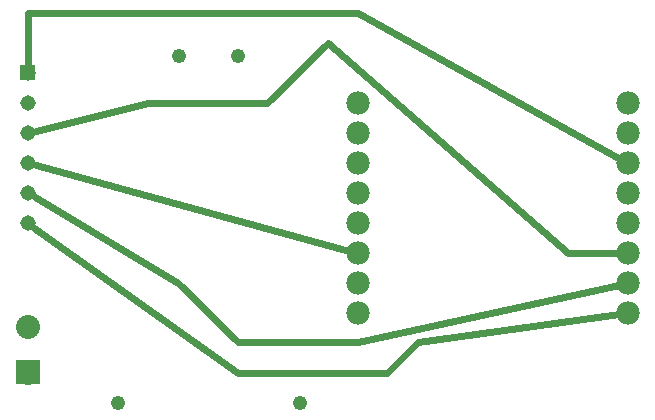
<source format=gbl>
G04 MADE WITH FRITZING*
G04 WWW.FRITZING.ORG*
G04 DOUBLE SIDED*
G04 HOLES PLATED*
G04 CONTOUR ON CENTER OF CONTOUR VECTOR*
%ASAXBY*%
%FSLAX23Y23*%
%MOIN*%
%OFA0B0*%
%SFA1.0B1.0*%
%ADD10C,0.080000*%
%ADD11C,0.047978*%
%ADD12C,0.077778*%
%ADD13C,0.051496*%
%ADD14C,0.024000*%
%ADD15R,0.001000X0.001000*%
%LNCOPPER0*%
G90*
G70*
G54D10*
X222Y275D03*
X222Y427D03*
G54D11*
X727Y1332D03*
X924Y1332D03*
X1128Y175D03*
X522Y175D03*
G54D12*
X1322Y1175D03*
X1322Y1075D03*
X1322Y975D03*
X1322Y875D03*
X1322Y775D03*
X1322Y675D03*
X1322Y575D03*
X1322Y475D03*
X2222Y475D03*
X2222Y575D03*
X2222Y675D03*
X2222Y775D03*
X2222Y875D03*
X2222Y975D03*
X2222Y1075D03*
X2222Y1175D03*
G54D13*
X222Y1275D03*
X222Y1175D03*
X222Y1075D03*
X222Y975D03*
X222Y875D03*
X222Y775D03*
G54D14*
X923Y376D02*
X1323Y376D01*
D02*
X722Y574D02*
X923Y376D01*
D02*
X245Y861D02*
X722Y574D01*
D02*
X1323Y376D02*
X2194Y569D01*
D02*
X244Y759D02*
X923Y275D01*
D02*
X923Y275D02*
X1421Y275D01*
D02*
X1421Y275D02*
X1522Y376D01*
D02*
X1522Y376D02*
X2193Y471D01*
D02*
X222Y1474D02*
X1323Y1474D01*
D02*
X222Y1302D02*
X222Y1474D01*
D02*
X1323Y1474D02*
X2197Y989D01*
D02*
X248Y968D02*
X1294Y682D01*
D02*
X622Y1175D02*
X1021Y1175D01*
D02*
X1021Y1175D02*
X1222Y1374D01*
D02*
X248Y1081D02*
X622Y1175D01*
D02*
X1222Y1374D02*
X2022Y675D01*
D02*
X2022Y675D02*
X2193Y675D01*
G54D15*
X197Y1301D02*
X247Y1301D01*
X196Y1300D02*
X247Y1300D01*
X196Y1299D02*
X247Y1299D01*
X196Y1298D02*
X247Y1298D01*
X196Y1297D02*
X247Y1297D01*
X196Y1296D02*
X247Y1296D01*
X196Y1295D02*
X247Y1295D01*
X196Y1294D02*
X247Y1294D01*
X196Y1293D02*
X247Y1293D01*
X196Y1292D02*
X247Y1292D01*
X196Y1291D02*
X218Y1291D01*
X226Y1291D02*
X247Y1291D01*
X196Y1290D02*
X215Y1290D01*
X229Y1290D02*
X247Y1290D01*
X196Y1289D02*
X213Y1289D01*
X230Y1289D02*
X247Y1289D01*
X196Y1288D02*
X212Y1288D01*
X232Y1288D02*
X247Y1288D01*
X196Y1287D02*
X210Y1287D01*
X233Y1287D02*
X247Y1287D01*
X196Y1286D02*
X209Y1286D01*
X234Y1286D02*
X247Y1286D01*
X196Y1285D02*
X209Y1285D01*
X235Y1285D02*
X247Y1285D01*
X196Y1284D02*
X208Y1284D01*
X236Y1284D02*
X247Y1284D01*
X196Y1283D02*
X207Y1283D01*
X236Y1283D02*
X247Y1283D01*
X196Y1282D02*
X207Y1282D01*
X237Y1282D02*
X247Y1282D01*
X196Y1281D02*
X206Y1281D01*
X237Y1281D02*
X247Y1281D01*
X196Y1280D02*
X206Y1280D01*
X237Y1280D02*
X247Y1280D01*
X196Y1279D02*
X206Y1279D01*
X238Y1279D02*
X247Y1279D01*
X196Y1278D02*
X206Y1278D01*
X238Y1278D02*
X247Y1278D01*
X196Y1277D02*
X206Y1277D01*
X238Y1277D02*
X247Y1277D01*
X196Y1276D02*
X205Y1276D01*
X238Y1276D02*
X247Y1276D01*
X196Y1275D02*
X206Y1275D01*
X238Y1275D02*
X247Y1275D01*
X196Y1274D02*
X206Y1274D01*
X238Y1274D02*
X247Y1274D01*
X196Y1273D02*
X206Y1273D01*
X238Y1273D02*
X247Y1273D01*
X196Y1272D02*
X206Y1272D01*
X237Y1272D02*
X247Y1272D01*
X196Y1271D02*
X206Y1271D01*
X237Y1271D02*
X247Y1271D01*
X196Y1270D02*
X207Y1270D01*
X237Y1270D02*
X247Y1270D01*
X196Y1269D02*
X207Y1269D01*
X236Y1269D02*
X247Y1269D01*
X196Y1268D02*
X208Y1268D01*
X236Y1268D02*
X247Y1268D01*
X196Y1267D02*
X208Y1267D01*
X235Y1267D02*
X247Y1267D01*
X196Y1266D02*
X209Y1266D01*
X235Y1266D02*
X247Y1266D01*
X196Y1265D02*
X210Y1265D01*
X234Y1265D02*
X247Y1265D01*
X196Y1264D02*
X211Y1264D01*
X233Y1264D02*
X247Y1264D01*
X196Y1263D02*
X212Y1263D01*
X231Y1263D02*
X247Y1263D01*
X196Y1262D02*
X214Y1262D01*
X230Y1262D02*
X247Y1262D01*
X196Y1261D02*
X216Y1261D01*
X228Y1261D02*
X247Y1261D01*
X196Y1260D02*
X220Y1260D01*
X223Y1260D02*
X247Y1260D01*
X196Y1259D02*
X247Y1259D01*
X196Y1258D02*
X247Y1258D01*
X196Y1257D02*
X247Y1257D01*
X196Y1256D02*
X247Y1256D01*
X196Y1255D02*
X247Y1255D01*
X196Y1254D02*
X247Y1254D01*
X196Y1253D02*
X247Y1253D01*
X196Y1252D02*
X247Y1252D01*
X196Y1251D02*
X247Y1251D01*
X197Y1250D02*
X247Y1250D01*
X182Y316D02*
X261Y316D01*
X182Y315D02*
X261Y315D01*
X182Y314D02*
X261Y314D01*
X182Y313D02*
X261Y313D01*
X182Y312D02*
X261Y312D01*
X182Y311D02*
X261Y311D01*
X182Y310D02*
X261Y310D01*
X182Y309D02*
X261Y309D01*
X182Y308D02*
X261Y308D01*
X182Y307D02*
X261Y307D01*
X182Y306D02*
X261Y306D01*
X182Y305D02*
X261Y305D01*
X182Y304D02*
X261Y304D01*
X182Y303D02*
X261Y303D01*
X182Y302D02*
X261Y302D01*
X182Y301D02*
X261Y301D01*
X182Y300D02*
X261Y300D01*
X182Y299D02*
X216Y299D01*
X228Y299D02*
X261Y299D01*
X182Y298D02*
X212Y298D01*
X231Y298D02*
X261Y298D01*
X182Y297D02*
X210Y297D01*
X233Y297D02*
X261Y297D01*
X182Y296D02*
X208Y296D01*
X235Y296D02*
X261Y296D01*
X182Y295D02*
X207Y295D01*
X236Y295D02*
X261Y295D01*
X182Y294D02*
X206Y294D01*
X238Y294D02*
X261Y294D01*
X182Y293D02*
X205Y293D01*
X239Y293D02*
X261Y293D01*
X182Y292D02*
X204Y292D01*
X240Y292D02*
X261Y292D01*
X182Y291D02*
X203Y291D01*
X240Y291D02*
X261Y291D01*
X182Y290D02*
X202Y290D01*
X241Y290D02*
X261Y290D01*
X182Y289D02*
X201Y289D01*
X242Y289D02*
X261Y289D01*
X182Y288D02*
X201Y288D01*
X243Y288D02*
X261Y288D01*
X182Y287D02*
X200Y287D01*
X243Y287D02*
X261Y287D01*
X182Y286D02*
X200Y286D01*
X244Y286D02*
X261Y286D01*
X182Y285D02*
X199Y285D01*
X244Y285D02*
X261Y285D01*
X182Y284D02*
X199Y284D01*
X244Y284D02*
X261Y284D01*
X182Y283D02*
X199Y283D01*
X245Y283D02*
X261Y283D01*
X182Y282D02*
X198Y282D01*
X245Y282D02*
X261Y282D01*
X182Y281D02*
X198Y281D01*
X245Y281D02*
X261Y281D01*
X182Y280D02*
X198Y280D01*
X245Y280D02*
X261Y280D01*
X182Y279D02*
X198Y279D01*
X246Y279D02*
X261Y279D01*
X182Y278D02*
X198Y278D01*
X246Y278D02*
X261Y278D01*
X182Y277D02*
X198Y277D01*
X246Y277D02*
X261Y277D01*
X182Y276D02*
X198Y276D01*
X246Y276D02*
X261Y276D01*
X182Y275D02*
X198Y275D01*
X246Y275D02*
X261Y275D01*
X182Y274D02*
X198Y274D01*
X246Y274D02*
X261Y274D01*
X182Y273D02*
X198Y273D01*
X246Y273D02*
X261Y273D01*
X182Y272D02*
X198Y272D01*
X245Y272D02*
X261Y272D01*
X182Y271D02*
X198Y271D01*
X245Y271D02*
X261Y271D01*
X182Y270D02*
X198Y270D01*
X245Y270D02*
X261Y270D01*
X182Y269D02*
X199Y269D01*
X245Y269D02*
X261Y269D01*
X182Y268D02*
X199Y268D01*
X244Y268D02*
X261Y268D01*
X182Y267D02*
X199Y267D01*
X244Y267D02*
X261Y267D01*
X182Y266D02*
X200Y266D01*
X243Y266D02*
X261Y266D01*
X182Y265D02*
X201Y265D01*
X243Y265D02*
X261Y265D01*
X182Y264D02*
X201Y264D01*
X242Y264D02*
X261Y264D01*
X182Y263D02*
X202Y263D01*
X242Y263D02*
X261Y263D01*
X182Y262D02*
X202Y262D01*
X241Y262D02*
X261Y262D01*
X182Y261D02*
X203Y261D01*
X240Y261D02*
X261Y261D01*
X182Y260D02*
X204Y260D01*
X239Y260D02*
X261Y260D01*
X182Y259D02*
X205Y259D01*
X238Y259D02*
X261Y259D01*
X182Y258D02*
X206Y258D01*
X237Y258D02*
X261Y258D01*
X182Y257D02*
X207Y257D01*
X236Y257D02*
X261Y257D01*
X182Y256D02*
X209Y256D01*
X234Y256D02*
X261Y256D01*
X182Y255D02*
X211Y255D01*
X232Y255D02*
X261Y255D01*
X182Y254D02*
X213Y254D01*
X230Y254D02*
X261Y254D01*
X182Y253D02*
X217Y253D01*
X227Y253D02*
X261Y253D01*
X182Y252D02*
X261Y252D01*
X182Y251D02*
X261Y251D01*
X182Y250D02*
X261Y250D01*
X182Y249D02*
X261Y249D01*
X182Y248D02*
X261Y248D01*
X182Y247D02*
X261Y247D01*
X182Y246D02*
X261Y246D01*
X182Y245D02*
X261Y245D01*
X182Y244D02*
X261Y244D01*
X182Y243D02*
X261Y243D01*
X182Y242D02*
X261Y242D01*
X182Y241D02*
X261Y241D01*
X182Y240D02*
X261Y240D01*
X182Y239D02*
X261Y239D01*
X182Y238D02*
X261Y238D01*
X182Y237D02*
X261Y237D01*
D02*
G04 End of Copper0*
M02*
</source>
